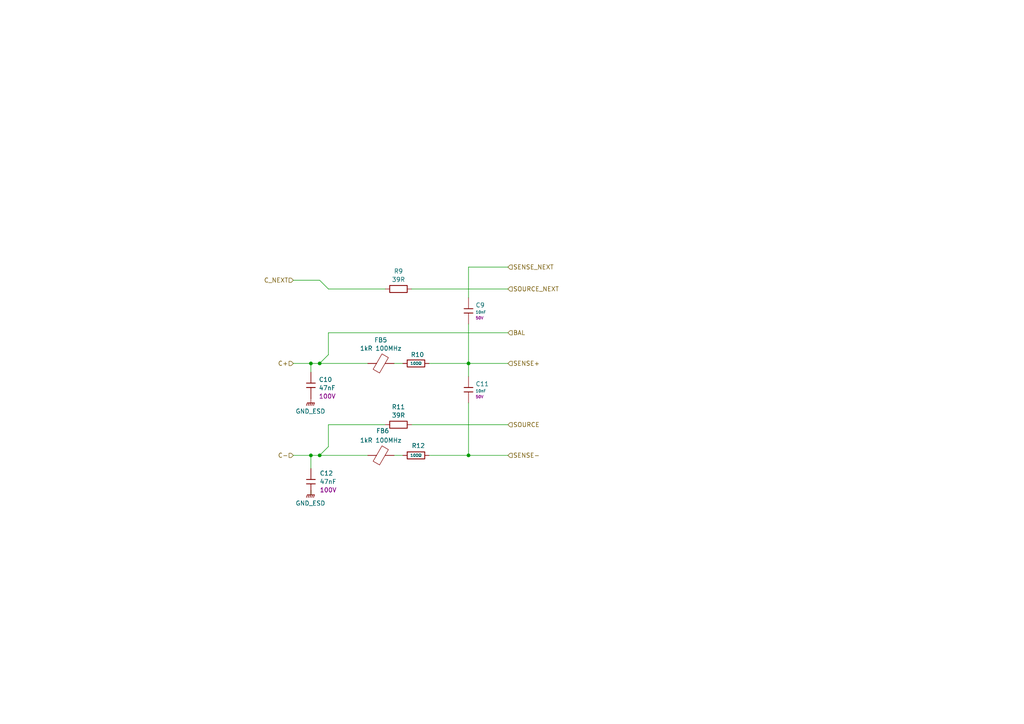
<source format=kicad_sch>
(kicad_sch (version 20250114) (generator "eeschema") (generator_version "9.0")
  (paper "A4")
  (lib_symbols
    (symbol "PCM_JLCPCB-Capacitors:0402,10nF" (pin_numbers (hide yes)) (pin_names (offset 0))
      (property "Reference" "C" (at 2.032 1.668 0))
      (property "Value" "10nF" (at 2.032 -0.3782 0))
      (property "Voltage Rated" "50V" (at 2.032 -2.0462 0))
      (symbol "0402,10nF_0_1"
        (polyline (pts (xy -1.27 0.635) (xy 1.27 0.635)) (stroke (width 0.254)))
        (polyline (pts (xy -1.27 -0.635) (xy 1.27 -0.635)) (stroke (width 0.254)))
      )
      (symbol "0402,10nF_1_1"
        (pin passive line (at 0 3.81 270) (length 3.175) (name "~") (number "1"))
        (pin passive line (at 0 -3.81 90) (length 3.175) (name "~") (number "2"))
      )
    )
    (symbol "PCM_JLCPCB-Resistors:0402,100Ω" (pin_numbers (hide yes)) (pin_names (offset 0))
      (property "Reference" "R" (at 1.778 0 0))
      (property "Value" "100Ω" (at 0 0 90))
      (symbol "0402,100Ω_0_1"
        (rectangle (start -1.016 2.54) (end 1.016 -2.54) (stroke (width 0.254)))
      )
      (symbol "0402,100Ω_1_1"
        (pin passive line (at 0 3.81 270) (length 1.27) (name "~") (number "1"))
        (pin passive line (at 0 -3.81 90) (length 1.27) (name "~") (number "2"))
      )
    )
    (symbol "ct_lib:CC0603KRX7R0BB473" (pin_numbers (hide yes)) (pin_names (offset 0) (hide yes))
      (property "Reference" "C" (at 0 0 0))
      (property "Value" "47nF" (at 0 0 0))
      (property "Voltage Rated" "100V" (at 0 0 0))
      (symbol "CC0603KRX7R0BB473_0_1"
        (polyline (pts (xy -1.27 0.635) (xy 1.27 0.635)) (stroke (width 0.254)))
        (polyline (pts (xy -1.27 -0.635) (xy 1.27 -0.635)) (stroke (width 0.254)))
      )
      (symbol "CC0603KRX7R0BB473_1_1"
        (pin passive line (at 0 3.81 270) (length 3.175) (name "~") (number "1"))
        (pin passive line (at 0 -3.81 90) (length 3.175) (name "~") (number "2"))
      )
    )
    (symbol "ct_lib:MPZ2012S102ATD25" (pin_numbers (hide yes)) (pin_names (offset 0) (hide yes))
      (property "Reference" "FB" (at 0 0 0))
      (property "Value" "1kR 100MHz" (at 0 0 0))
      (symbol "MPZ2012S102ATD25_0_1"
        (polyline (pts (xy -2.7686 0.4064) (xy -1.7018 2.2606) (xy 2.7686 -0.3048) (xy 1.6764 -2.159) (xy -2.7686 0.4064)))
        (polyline (pts (xy 0 1.27) (xy 0 1.2954)))
        (polyline (pts (xy 0 -1.27) (xy 0 -1.2192)))
      )
      (symbol "MPZ2012S102ATD25_1_1"
        (pin passive line (at 0 3.81 270) (length 2.54) (name "~") (number "1"))
        (pin passive line (at 0 -3.81 90) (length 2.54) (name "~") (number "2"))
      )
    )
    (symbol "ct_lib:RTT20R039FTE" (pin_numbers (hide yes)) (pin_names (offset 0) (hide yes))
      (property "Reference" "R" (at 0 0 0))
      (property "Value" "39R" (at 0 0 0))
      (symbol "RTT20R039FTE_0_1"
        (rectangle (start -1.016 -2.54) (end 1.016 2.54) (stroke (width 0.254)))
      )
      (symbol "RTT20R039FTE_1_1"
        (pin passive line (at 0 3.81 270) (length 1.27) (name "~") (number "1"))
        (pin passive line (at 0 -3.81 90) (length 1.27) (name "~") (number "2"))
      )
    )
    (symbol "power:GNDPWR" (power) (pin_numbers (hide yes)) (pin_names (offset 0) (hide yes))
      (property "Value" "GNDPWR" (at 0 -3.302 0))
      (symbol "GNDPWR_0_1"
        (polyline (pts (xy -1.016 -1.27) (xy -1.27 -2.032) (xy -1.27 -2.032)) (stroke (width 0.2032)))
        (polyline (pts (xy -0.508 -1.27) (xy -0.762 -2.032) (xy -0.762 -2.032)) (stroke (width 0.2032)))
        (polyline (pts (xy 0 -1.27) (xy 0 0)))
        (polyline (pts (xy 0 -1.27) (xy -0.254 -2.032) (xy -0.254 -2.032)) (stroke (width 0.2032)))
        (polyline (pts (xy 0.508 -1.27) (xy 0.254 -2.032) (xy 0.254 -2.032)) (stroke (width 0.2032)))
        (polyline (pts (xy 1.016 -1.27) (xy -1.016 -1.27) (xy -1.016 -1.27)) (stroke (width 0.2032)))
        (polyline (pts (xy 1.016 -1.27) (xy 0.762 -2.032) (xy 0.762 -2.032) (xy 0.762 -2.032)) (stroke (width 0.2032)))
      )
      (symbol "GNDPWR_1_1"
        (pin power_in line (at 0 0 270) (length 0) (name "~") (number "1"))
      )
    )
  )
  (junction (at 90.17 132.08))
  (junction (at 135.89 105.41))
  (junction (at 92.71 132.08))
  (junction (at 90.17 105.41))
  (junction (at 92.71 105.41))
  (junction (at 135.89 132.08))
  (bus_entry (at 92.71 132.08) (size 2.54 -2.54))
  (bus_entry (at 95.25 83.82) (size -2.54 -2.54))
  (bus_entry (at 92.71 105.41) (size 2.54 -2.54))
  (wire (pts (xy 90.17 107.95) (xy 90.17 105.41)))
  (wire (pts (xy 119.38 123.19) (xy 147.32 123.19)))
  (wire (pts (xy 92.71 132.08) (xy 106.68 132.08)))
  (wire (pts (xy 85.09 132.08) (xy 90.17 132.08)))
  (wire (pts (xy 85.09 105.41) (xy 90.17 105.41)))
  (wire (pts (xy 119.38 83.82) (xy 147.32 83.82)))
  (wire (pts (xy 135.89 132.08) (xy 147.32 132.08)))
  (wire (pts (xy 90.17 132.08) (xy 90.17 135.89)))
  (wire (pts (xy 111.76 83.82) (xy 95.25 83.82)))
  (wire (pts (xy 135.89 93.98) (xy 135.89 105.41)))
  (wire (pts (xy 135.89 105.41) (xy 147.32 105.41)))
  (wire (pts (xy 124.46 105.41) (xy 135.89 105.41)))
  (wire (pts (xy 135.89 105.41) (xy 135.89 109.22)))
  (wire (pts (xy 85.09 81.28) (xy 92.71 81.28)))
  (wire (pts (xy 135.89 132.08) (xy 124.46 132.08)))
  (wire (pts (xy 95.25 96.52) (xy 147.32 96.52)))
  (wire (pts (xy 95.25 123.19) (xy 111.76 123.19)))
  (wire (pts (xy 135.89 77.47) (xy 147.32 77.47)))
  (wire (pts (xy 114.3 105.41) (xy 116.84 105.41)))
  (wire (pts (xy 90.17 105.41) (xy 92.71 105.41)))
  (wire (pts (xy 92.71 105.41) (xy 106.68 105.41)))
  (wire (pts (xy 90.17 143.51) (xy 90.17 142.24)))
  (wire (pts (xy 135.89 86.36) (xy 135.89 77.47)))
  (wire (pts (xy 135.89 116.84) (xy 135.89 132.08)))
  (wire (pts (xy 116.84 132.08) (xy 114.3 132.08)))
  (wire (pts (xy 95.25 123.19) (xy 95.25 129.54)))
  (wire (pts (xy 95.25 102.87) (xy 95.25 96.52)))
  (wire (pts (xy 90.17 132.08) (xy 92.71 132.08)))
  (hierarchical_label "SENSE-" (shape input) (at 147.32 132.08 0))
  (hierarchical_label "SENSE+" (shape input) (at 147.32 105.41 0))
  (hierarchical_label "BAL" (shape input) (at 147.32 96.52 0))
  (hierarchical_label "SENSE_NEXT" (shape input) (at 147.32 77.47 0))
  (hierarchical_label "SOURCE" (shape input) (at 147.32 123.19 0))
  (hierarchical_label "C_NEXT" (shape input) (at 85.09 81.28 180))
  (hierarchical_label "SOURCE_NEXT" (shape input) (at 147.32 83.82 0))
  (hierarchical_label "C+" (shape input) (at 85.09 105.41 180))
  (hierarchical_label "C-" (shape input) (at 85.09 132.08 180))
  (symbol (lib_id "ct_lib:MPZ2012S102ATD25") (at 110.49 105.41 90) (unit 1)
    (property "Reference" "FB1" (at 110.4392 98.6239 90))
    (property "Value" "1kR 100MHz" (at 110.4392 101.0482 90))
    (property "Description" "1 kOhms @ 100 MHz 1 Power Line Ferrite Bead 0805 (2012 Metric) 1.5A 150mOhm" (effects (hide yes)))
    (property "MFG" "TDK Corporation" (effects (hide yes)))
    (property "MPN" "MPZ2012S102ATD25" (effects (hide yes)))
    (instances (project "battery-node" (path "" (reference "FB5") (unit 1)) (path "" (reference "FB3") (unit 1)) (path "" (reference "FB9") (unit 1)) (path "" (reference "FB1") (unit 1)) (path "" (reference "FB7") (unit 1)) (path "" (reference "FB11") (unit 1)) (path "" (reference "FB13") (unit 1))))
  )
  (symbol (lib_id "power:GNDPWR") (at 90.17 142.24 0) (unit 1)
    (property "Reference" "#PWR02" (effects (hide yes)))
    (property "Value" "GND_ESD" (at 90.043 145.9667 0))
    (property "Description" "Power symbol creates a global label with name \"GNDPWR\" , global ground" (effects (hide yes)))
    (instances (project "battery-node" (path "" (reference "#PWR06") (unit 1)) (path "" (reference "#PWR04") (unit 1)) (path "" (reference "#PWR010") (unit 1)) (path "" (reference "#PWR02") (unit 1)) (path "" (reference "#PWR08") (unit 1)) (path "" (reference "#PWR012") (unit 1)) (path "" (reference "#PWR014") (unit 1))))
  )
  (symbol (lib_id "PCM_JLCPCB-Resistors:0402,100Ω") (at 120.65 132.08 270) (mirror x) (unit 1)
    (property "Reference" "R4" (at 119.38 129.286 90) (effects (justify left)))
    (property "Value" "100Ω" (at 120.65 132.08 90) (effects (font (size 0.8 0.8))))
    (property "Footprint" "PCM_JLCPCB:R_0402" (effects (hide yes)))
    (property "Datasheet" "https://www.lcsc.com/datasheet/lcsc_datasheet_2205311900_UNI-ROYAL-Uniroyal-Elec-0402WGF1000TCE_C25076.pdf" (effects (hide yes)))
    (property "Description" "62.5mW Thick Film Resistors 50V ±1% ±200ppm/°C 100Ω 0402 Chip Resistor - Surface Mount ROHS" (effects (hide yes)))
    (property "LCSC" "C25076" (effects (hide yes)))
    (property "Stock" "5907585" (effects (hide yes)))
    (property "Price" "0.004USD" (effects (hide yes)))
    (property "Process" "SMT" (effects (hide yes)))
    (property "Minimum Qty" "20" (effects (hide yes)))
    (property "Attrition Qty" "10" (effects (hide yes)))
    (property "Class" "Basic Component" (effects (hide yes)))
    (property "Category" "Resistors,Chip Resistor - Surface Mount" (effects (hide yes)))
    (property "Manufacturer" "UNI-ROYAL(Uniroyal Elec)" (effects (hide yes)))
    (property "Part" "0402WGF1000TCE" (effects (hide yes)))
    (property "Resistance" "100Ω" (effects (hide yes)))
    (property "Power(Watts)" "62.5mW" (effects (hide yes)))
    (property "Type" "Thick Film Resistors" (effects (hide yes)))
    (property "Overload Voltage (Max)" "50V" (effects (hide yes)))
    (property "Operating Temperature Range" "-55°C~+155°C" (effects (hide yes)))
    (property "Tolerance" "±1%" (effects (hide yes)))
    (property "Temperature Coefficient" "±200ppm/°C" (effects (hide yes)))
    (instances (project "battery-node" (path "" (reference "R12") (unit 1)) (path "" (reference "R8") (unit 1)) (path "" (reference "R20") (unit 1)) (path "" (reference "R4") (unit 1)) (path "" (reference "R16") (unit 1)) (path "" (reference "R24") (unit 1)) (path "" (reference "R28") (unit 1))))
  )
  (symbol (lib_id "PCM_JLCPCB-Resistors:0402,100Ω") (at 120.65 105.41 270) (mirror x) (unit 1)
    (property "Reference" "R2" (at 119.126 102.87 90) (effects (justify left)))
    (property "Value" "100Ω" (at 120.65 105.41 90) (effects (font (size 0.8 0.8))))
    (property "Footprint" "PCM_JLCPCB:R_0402" (effects (hide yes)))
    (property "Datasheet" "https://www.lcsc.com/datasheet/lcsc_datasheet_2205311900_UNI-ROYAL-Uniroyal-Elec-0402WGF1000TCE_C25076.pdf" (effects (hide yes)))
    (property "Description" "62.5mW Thick Film Resistors 50V ±1% ±200ppm/°C 100Ω 0402 Chip Resistor - Surface Mount ROHS" (effects (hide yes)))
    (property "LCSC" "C25076" (effects (hide yes)))
    (property "Stock" "5907585" (effects (hide yes)))
    (property "Price" "0.004USD" (effects (hide yes)))
    (property "Process" "SMT" (effects (hide yes)))
    (property "Minimum Qty" "20" (effects (hide yes)))
    (property "Attrition Qty" "10" (effects (hide yes)))
    (property "Class" "Basic Component" (effects (hide yes)))
    (property "Category" "Resistors,Chip Resistor - Surface Mount" (effects (hide yes)))
    (property "Manufacturer" "UNI-ROYAL(Uniroyal Elec)" (effects (hide yes)))
    (property "Part" "0402WGF1000TCE" (effects (hide yes)))
    (property "Resistance" "100Ω" (effects (hide yes)))
    (property "Power(Watts)" "62.5mW" (effects (hide yes)))
    (property "Type" "Thick Film Resistors" (effects (hide yes)))
    (property "Overload Voltage (Max)" "50V" (effects (hide yes)))
    (property "Operating Temperature Range" "-55°C~+155°C" (effects (hide yes)))
    (property "Tolerance" "±1%" (effects (hide yes)))
    (property "Temperature Coefficient" "±200ppm/°C" (effects (hide yes)))
    (instances (project "battery-node" (path "" (reference "R10") (unit 1)) (path "" (reference "R6") (unit 1)) (path "" (reference "R18") (unit 1)) (path "" (reference "R2") (unit 1)) (path "" (reference "R14") (unit 1)) (path "" (reference "R22") (unit 1)) (path "" (reference "R26") (unit 1))))
  )
  (symbol (lib_id "PCM_JLCPCB-Capacitors:0402,10nF") (at 135.89 90.17 0) (unit 1)
    (property "Reference" "C1" (at 137.922 88.502 0) (effects (justify left)))
    (property "Value" "10nF" (at 137.922 90.5482 0) (effects (font (size 0.8 0.8)) (justify left)))
    (property "Footprint" "PCM_JLCPCB:C_0402" (effects (hide yes)))
    (property "Datasheet" "https://www.lcsc.com/datasheet/lcsc_datasheet_2304140030_Samsung-Electro-Mechanics-CL05B103KB5NNNC_C15195.pdf" (effects (hide yes)))
    (property "Description" "50V 10nF X7R ±10% 0402 Multilayer Ceramic Capacitors MLCC - SMD/SMT ROHS" (effects (hide yes)))
    (property "LCSC" "C15195" (effects (hide yes)))
    (property "Stock" "4779042" (effects (hide yes)))
    (property "Price" "0.005USD" (effects (hide yes)))
    (property "Process" "SMT" (effects (hide yes)))
    (property "Minimum Qty" "20" (effects (hide yes)))
    (property "Attrition Qty" "10" (effects (hide yes)))
    (property "Class" "Basic Component" (effects (hide yes)))
    (property "Category" "Capacitors,Multilayer Ceramic Capacitors MLCC - SMD/SMT" (effects (hide yes)))
    (property "Manufacturer" "Samsung Electro-Mechanics" (effects (hide yes)))
    (property "Part" "CL05B103KB5NNNC" (effects (hide yes)))
    (property "Voltage Rated" "50V" (at 137.922 92.2162 0) (effects (font (size 0.8 0.8)) (justify left)))
    (property "Tolerance" "±10%" (effects (hide yes)))
    (property "Capacitance" "10nF" (effects (hide yes)))
    (property "Temperature Coefficient" "X7R" (effects (hide yes)))
    (instances (project "battery-node" (path "" (reference "C9") (unit 1)) (path "" (reference "C5") (unit 1)) (path "" (reference "C17") (unit 1)) (path "" (reference "C1") (unit 1)) (path "" (reference "C13") (unit 1)) (path "" (reference "C21") (unit 1)) (path "" (reference "C25") (unit 1))))
  )
  (symbol (lib_id "PCM_JLCPCB-Capacitors:0402,10nF") (at 135.89 113.03 0) (unit 1)
    (property "Reference" "C3" (at 137.922 111.362 0) (effects (justify left)))
    (property "Value" "10nF" (at 137.922 113.4082 0) (effects (font (size 0.8 0.8)) (justify left)))
    (property "Footprint" "PCM_JLCPCB:C_0402" (effects (hide yes)))
    (property "Datasheet" "https://www.lcsc.com/datasheet/lcsc_datasheet_2304140030_Samsung-Electro-Mechanics-CL05B103KB5NNNC_C15195.pdf" (effects (hide yes)))
    (property "Description" "50V 10nF X7R ±10% 0402 Multilayer Ceramic Capacitors MLCC - SMD/SMT ROHS" (effects (hide yes)))
    (property "LCSC" "C15195" (effects (hide yes)))
    (property "Stock" "4779042" (effects (hide yes)))
    (property "Price" "0.005USD" (effects (hide yes)))
    (property "Process" "SMT" (effects (hide yes)))
    (property "Minimum Qty" "20" (effects (hide yes)))
    (property "Attrition Qty" "10" (effects (hide yes)))
    (property "Class" "Basic Component" (effects (hide yes)))
    (property "Category" "Capacitors,Multilayer Ceramic Capacitors MLCC - SMD/SMT" (effects (hide yes)))
    (property "Manufacturer" "Samsung Electro-Mechanics" (effects (hide yes)))
    (property "Part" "CL05B103KB5NNNC" (effects (hide yes)))
    (property "Voltage Rated" "50V" (at 137.922 115.0762 0) (effects (font (size 0.8 0.8)) (justify left)))
    (property "Tolerance" "±10%" (effects (hide yes)))
    (property "Capacitance" "10nF" (effects (hide yes)))
    (property "Temperature Coefficient" "X7R" (effects (hide yes)))
    (instances (project "battery-node" (path "" (reference "C11") (unit 1)) (path "" (reference "C7") (unit 1)) (path "" (reference "C19") (unit 1)) (path "" (reference "C3") (unit 1)) (path "" (reference "C15") (unit 1)) (path "" (reference "C23") (unit 1)) (path "" (reference "C27") (unit 1))))
  )
  (symbol (lib_id "ct_lib:RTT20R039FTE") (at 115.57 83.82 90) (unit 1)
    (property "Reference" "R1" (at 115.57 78.6595 90))
    (property "Value" "39R" (at 115.57 81.0838 90))
    (property "Description" "-55℃~+155℃ 200V 39Ω 750mW ±1% 2010 Chip Resistor - Surface Mount ROHS" (effects (hide yes)))
    (property "MFG" "UNI-ROYAL(Uniroyal Elec)" (effects (hide yes)))
    (property "MPN" "CQ1007F390JT4E" (effects (hide yes)))
    (property "Tolerance" "1%" (effects (hide yes)))
    (instances (project "battery-node" (path "" (reference "R9") (unit 1)) (path "" (reference "R5") (unit 1)) (path "" (reference "R17") (unit 1)) (path "" (reference "R1") (unit 1)) (path "" (reference "R13") (unit 1)) (path "" (reference "R21") (unit 1)) (path "" (reference "R25") (unit 1))))
  )
  (symbol (lib_id "ct_lib:MPZ2012S102ATD25") (at 110.49 132.08 90) (unit 1)
    (property "Reference" "FB2" (at 110.998 124.968 90))
    (property "Value" "1kR 100MHz" (at 110.4392 127.7182 90))
    (property "Description" "1 kOhms @ 100 MHz 1 Power Line Ferrite Bead 0805 (2012 Metric) 1.5A 150mOhm" (effects (hide yes)))
    (property "MFG" "TDK Corporation" (effects (hide yes)))
    (property "MPN" "MPZ2012S102ATD25" (effects (hide yes)))
    (instances (project "battery-node" (path "" (reference "FB6") (unit 1)) (path "" (reference "FB4") (unit 1)) (path "" (reference "FB10") (unit 1)) (path "" (reference "FB2") (unit 1)) (path "" (reference "FB8") (unit 1)) (path "" (reference "FB12") (unit 1)) (path "" (reference "FB14") (unit 1))))
  )
  (symbol (lib_id "ct_lib:CC0603KRX7R0BB473") (at 90.17 139.7 0) (mirror y) (unit 1)
    (property "Reference" "C4" (at 92.71 137.2757 0) (effects (justify right)))
    (property "Value" "47nF" (at 92.71 139.7 0) (effects (justify right)))
    (property "Description" "100V 47nF X7R ±10% 0603 Multilayer Ceramic Capacitors MLCC - SMD/SMT ROHS" (effects (hide yes)))
    (property "Tolerance" "10%" (effects (hide yes)))
    (property "MFG" "YAGEO" (effects (hide yes)))
    (property "MPN" "CC0603KRX7R0BB473" (effects (hide yes)))
    (property "Voltage Rated" "100V" (at 92.71 142.1243 0) (effects (justify right)))
    (instances (project "battery-node" (path "" (reference "C12") (unit 1)) (path "" (reference "C8") (unit 1)) (path "" (reference "C20") (unit 1)) (path "" (reference "C4") (unit 1)) (path "" (reference "C16") (unit 1)) (path "" (reference "C24") (unit 1)) (path "" (reference "C28") (unit 1))))
  )
  (symbol (lib_id "power:GNDPWR") (at 90.17 115.57 0) (unit 1)
    (property "Reference" "#PWR01" (effects (hide yes)))
    (property "Value" "GND_ESD" (at 90.043 119.2967 0))
    (property "Description" "Power symbol creates a global label with name \"GNDPWR\" , global ground" (effects (hide yes)))
    (instances (project "battery-node" (path "" (reference "#PWR05") (unit 1)) (path "" (reference "#PWR03") (unit 1)) (path "" (reference "#PWR09") (unit 1)) (path "" (reference "#PWR01") (unit 1)) (path "" (reference "#PWR07") (unit 1)) (path "" (reference "#PWR011") (unit 1)) (path "" (reference "#PWR013") (unit 1))))
  )
  (symbol (lib_id "ct_lib:CC0603KRX7R0BB473") (at 90.17 111.76 0) (mirror y) (unit 1)
    (property "Reference" "C2" (at 92.456 110.0977 0) (effects (justify right)))
    (property "Value" "47nF" (at 92.456 112.522 0) (effects (justify right)))
    (property "Description" "100V 47nF X7R ±10% 0603 Multilayer Ceramic Capacitors MLCC - SMD/SMT ROHS" (effects (hide yes)))
    (property "Tolerance" "10%" (effects (hide yes)))
    (property "MFG" "YAGEO" (effects (hide yes)))
    (property "MPN" "CC0603KRX7R0BB473" (effects (hide yes)))
    (property "Voltage Rated" "100V" (at 92.456 114.9463 0) (effects (justify right)))
    (instances (project "battery-node" (path "" (reference "C10") (unit 1)) (path "" (reference "C6") (unit 1)) (path "" (reference "C18") (unit 1)) (path "" (reference "C2") (unit 1)) (path "" (reference "C14") (unit 1)) (path "" (reference "C22") (unit 1)) (path "" (reference "C26") (unit 1))))
  )
  (symbol (lib_id "ct_lib:RTT20R039FTE") (at 115.57 123.19 90) (unit 1)
    (property "Reference" "R3" (at 115.57 118.0295 90))
    (property "Value" "39R" (at 115.57 120.4538 90))
    (property "Description" "-55℃~+155℃ 200V 39Ω 750mW ±1% 2010 Chip Resistor - Surface Mount ROHS" (effects (hide yes)))
    (property "MFG" "UNI-ROYAL(Uniroyal Elec)" (effects (hide yes)))
    (property "MPN" "CQ1007F390JT4E" (effects (hide yes)))
    (property "Tolerance" "1%" (effects (hide yes)))
    (instances (project "battery-node" (path "" (reference "R11") (unit 1)) (path "" (reference "R7") (unit 1)) (path "" (reference "R19") (unit 1)) (path "" (reference "R3") (unit 1)) (path "" (reference "R15") (unit 1)) (path "" (reference "R23") (unit 1)) (path "" (reference "R27") (unit 1))))
  )
)
</source>
